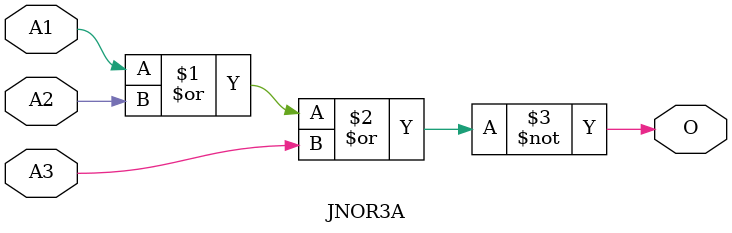
<source format=v>
module JNOR3A(A1, A2, A3, O);
input   A1;
input   A2;
input   A3;
output  O;
nor g0(O, A1, A2, A3);
endmodule
</source>
